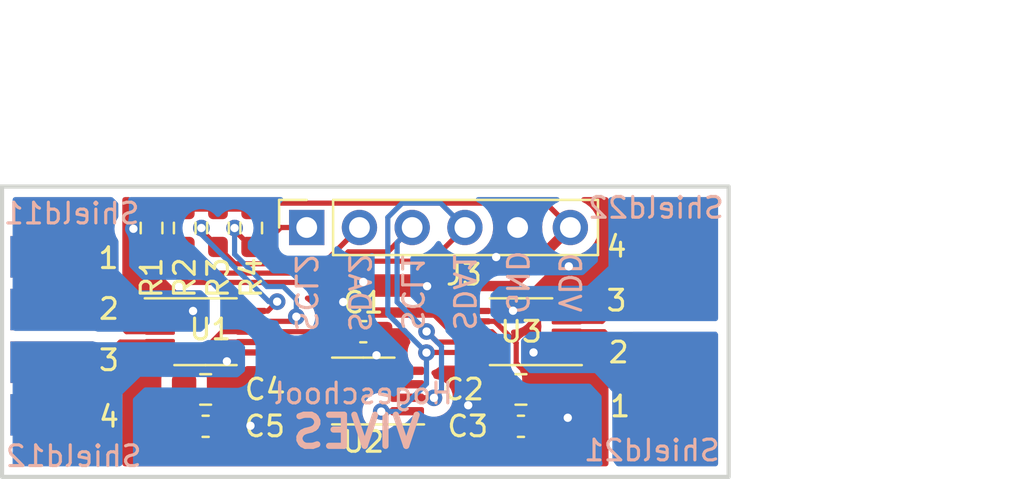
<source format=kicad_pcb>
(kicad_pcb (version 20210925) (generator pcbnew)
  (layers (0 "F.Cu" signal) (31 "B.Cu" signal) (34 "B.Paste" user) (35 "F.Paste" user) (36 "B.SilkS" user "B.Silkscreen") (37 "F.SilkS" user "F.Silkscreen") (38 "B.Mask" user) (39 "F.Mask" user) (44 "Edge.Cuts" user))
  (net 0 "")
  (net 1 "Net-(J1-Pad5)")
  (net 2 "Net-(J1-Pad6)")
  (net 3 "Net-(J1-Pad7)")
  (net 4 "Net-(J1-Pad8)")
  (net 5 "GND")
  (net 6 "VDD")
  (net 7 "/SCL1")
  (net 8 "/SDA1")
  (net 9 "/SCL2")
  (net 10 "/SDA2")
  (net 11 "Net-(J2-Pad5)")
  (net 12 "Net-(J2-Pad6)")
  (net 13 "Net-(J2-Pad7)")
  (net 14 "Net-(J2-Pad8)")
  (net 15 "/Shield21")
  (net 16 "/Shield22")
  (net 17 "/Shield11")
  (net 18 "/Shield12")
  (footprint "Connector_PinSocket_2.54mm:PinSocket_1x06_P2.54mm_Vertical" (layer "F.Cu") (at 151.275 114.975 90)
    (fp_text reference "J3" (at -2.2714 7.5766 180) (layer "F.SilkS"))
    (fp_text value "Conn_01x06_Male")
    (fp_line (start 0 -1.33) (end 1.33 -1.33) (layer "F.SilkS") (width 0.12))
    (fp_line (start 1.33 -1.33) (end 1.33 0) (layer "F.SilkS") (width 0.12))
    (fp_line (start -1.33 1.27) (end 1.33 1.27) (layer "F.SilkS") (width 0.12))
    (fp_line (start -1.33 14.03) (end 1.33 14.03) (layer "F.SilkS") (width 0.12))
    (fp_line (start -1.33 1.27) (end -1.33 14.03) (layer "F.SilkS") (width 0.12))
    (fp_line (start 1.33 1.27) (end 1.33 14.03) (layer "F.SilkS") (width 0.12))
    (pad "1" thru_hole rect locked (at 0 0 90) (size 1.7 1.7) (drill 1) (layers *.Cu *.Mask) (net 9 "/SCL2"))
    (pad "2" thru_hole oval locked (at 0 2.54 90) (size 1.7 1.7) (drill 1) (layers *.Cu *.Mask) (net 10 "/SDA2"))
    (pad "3" thru_hole oval locked (at 0 5.08 90) (size 1.7 1.7) (drill 1) (layers *.Cu *.Mask) (net 7 "/SCL1"))
    (pad "4" thru_hole oval locked (at 0 7.62 90) (size 1.7 1.7) (drill 1) (layers *.Cu *.Mask) (net 8 "/SDA1"))
    (pad "5" thru_hole oval locked (at 0 10.16 90) (size 1.7 1.7) (drill 1) (layers *.Cu *.Mask) (net 5 "GND"))
    (pad "6" thru_hole oval locked (at 0 12.7 90) (size 1.7 1.7) (drill 1) (layers *.Cu *.Mask) (net 6 "VDD"))
  )
  (footprint "Capacitor_SMD:C_0603_1608Metric_Pad1.08x0.95mm_HandSolder" (layer "F.Cu") (at 146.4056 124.5616)
    (fp_text reference "C5" (at 2.8448 0) (layer "F.SilkS"))
    (fp_text value "100nF")
    (fp_line (start -0.146267 -0.51) (end 0.146267 -0.51) (layer "F.SilkS") (width 0.12))
    (fp_line (start -0.146267 0.51) (end 0.146267 0.51) (layer "F.SilkS") (width 0.12))
    (pad "1" smd roundrect locked (at -0.8625 0) (size 1.075 0.95) (layers "F.Cu" "F.Paste" "F.Mask") (net 6 "VDD"))
    (pad "2" smd roundrect locked (at 0.8625 0) (size 1.075 0.95) (layers "F.Cu" "F.Paste" "F.Mask") (net 5 "GND"))
  )
  (footprint "Resistor_SMD:R_0603_1608Metric_Pad0.98x0.95mm_HandSolder" (layer "F.Cu") (at 148.6 115 -90)
    (fp_text reference "R4" (at 2.4 0 90) (layer "F.SilkS"))
    (fp_text value "4.7K")
    (fp_line (start -0.254724 -0.5225) (end 0.254724 -0.5225) (layer "F.SilkS") (width 0.12))
    (fp_line (start -0.254724 0.5225) (end 0.254724 0.5225) (layer "F.SilkS") (width 0.12))
    (pad "1" smd roundrect locked (at -0.9125 0 270) (size 0.975 0.95) (layers "F.Cu" "F.Paste" "F.Mask") (net 6 "VDD"))
    (pad "2" smd roundrect locked (at 0.9125 0 270) (size 0.975 0.95) (layers "F.Cu" "F.Paste" "F.Mask") (net 9 "/SCL2"))
  )
  (footprint "Package_SO:VSSOP-10_3x3mm_P0.5mm" (layer "F.Cu") (at 161.6 120 180)
    (fp_text reference "U3" (at 0 0) (layer "F.SilkS"))
    (fp_text value "FDC1004")
    (fp_line (start 0 -1.61) (end -2.925 -1.61) (layer "F.SilkS") (width 0.12))
    (fp_line (start 0 -1.61) (end 1.5 -1.61) (layer "F.SilkS") (width 0.12))
    (fp_line (start 0 1.61) (end 1.5 1.61) (layer "F.SilkS") (width 0.12))
    (fp_line (start 0 1.61) (end -1.5 1.61) (layer "F.SilkS") (width 0.12))
    (pad "1" smd roundrect locked (at -2.2 -1 180) (size 1.45 0.3) (layers "F.Cu" "F.Paste" "F.Mask") (net 15 "/Shield21"))
    (pad "2" smd roundrect locked (at -2.2 -0.5 180) (size 1.45 0.3) (layers "F.Cu" "F.Paste" "F.Mask") (net 4 "Net-(J1-Pad8)"))
    (pad "3" smd roundrect locked (at -2.2 0 180) (size 1.45 0.3) (layers "F.Cu" "F.Paste" "F.Mask") (net 3 "Net-(J1-Pad7)"))
    (pad "4" smd roundrect locked (at -2.2 0.5 180) (size 1.45 0.3) (layers "F.Cu" "F.Paste" "F.Mask") (net 2 "Net-(J1-Pad6)"))
    (pad "5" smd roundrect locked (at -2.2 1 180) (size 1.45 0.3) (layers "F.Cu" "F.Paste" "F.Mask") (net 1 "Net-(J1-Pad5)"))
    (pad "6" smd roundrect locked (at 2.2 1 180) (size 1.45 0.3) (layers "F.Cu" "F.Paste" "F.Mask") (net 16 "/Shield22"))
    (pad "7" smd roundrect locked (at 2.2 0.5 180) (size 1.45 0.3) (layers "F.Cu" "F.Paste" "F.Mask") (net 5 "GND"))
    (pad "8" smd roundrect locked (at 2.2 0 180) (size 1.45 0.3) (layers "F.Cu" "F.Paste" "F.Mask") (net 6 "VDD"))
    (pad "9" smd roundrect locked (at 2.2 -0.5 180) (size 1.45 0.3) (layers "F.Cu" "F.Paste" "F.Mask") (net 7 "/SCL1"))
    (pad "10" smd roundrect locked (at 2.2 -1 180) (size 1.45 0.3) (layers "F.Cu" "F.Paste" "F.Mask") (net 8 "/SDA1"))
  )
  (footprint "Package_SO:VSSOP-10_3x3mm_P0.5mm" (layer "F.Cu") (at 146.4 120)
    (fp_text reference "U1" (at 0.2342 -0.112) (layer "F.SilkS"))
    (fp_text value "FDC1004")
    (fp_line (start 0 1.61) (end -1.5 1.61) (layer "F.SilkS") (width 0.12))
    (fp_line (start 0 -1.61) (end -2.925 -1.61) (layer "F.SilkS") (width 0.12))
    (fp_line (start 0 -1.61) (end 1.5 -1.61) (layer "F.SilkS") (width 0.12))
    (fp_line (start 0 1.61) (end 1.5 1.61) (layer "F.SilkS") (width 0.12))
    (pad "1" smd roundrect locked (at -2.2 -1) (size 1.45 0.3) (layers "F.Cu" "F.Paste" "F.Mask") (net 17 "/Shield11"))
    (pad "2" smd roundrect locked (at -2.2 -0.5) (size 1.45 0.3) (layers "F.Cu" "F.Paste" "F.Mask") (net 14 "Net-(J2-Pad8)"))
    (pad "3" smd roundrect locked (at -2.2 0) (size 1.45 0.3) (layers "F.Cu" "F.Paste" "F.Mask") (net 13 "Net-(J2-Pad7)"))
    (pad "4" smd roundrect locked (at -2.2 0.5) (size 1.45 0.3) (layers "F.Cu" "F.Paste" "F.Mask") (net 12 "Net-(J2-Pad6)"))
    (pad "5" smd roundrect locked (at -2.2 1) (size 1.45 0.3) (layers "F.Cu" "F.Paste" "F.Mask") (net 11 "Net-(J2-Pad5)"))
    (pad "6" smd roundrect locked (at 2.2 1) (size 1.45 0.3) (layers "F.Cu" "F.Paste" "F.Mask") (net 18 "/Shield12"))
    (pad "7" smd roundrect locked (at 2.2 0.5) (size 1.45 0.3) (layers "F.Cu" "F.Paste" "F.Mask") (net 5 "GND"))
    (pad "8" smd roundrect locked (at 2.2 0) (size 1.45 0.3) (layers "F.Cu" "F.Paste" "F.Mask") (net 6 "VDD"))
    (pad "9" smd roundrect locked (at 2.2 -0.5) (size 1.45 0.3) (layers "F.Cu" "F.Paste" "F.Mask") (net 9 "/SCL2"))
    (pad "10" smd roundrect locked (at 2.2 -1) (size 1.45 0.3) (layers "F.Cu" "F.Paste" "F.Mask") (net 10 "/SDA2"))
  )
  (footprint "Capacitor_SMD:C_0805_2012Metric_Pad1.18x1.45mm_HandSolder" (layer "F.Cu") (at 161.5948 122.7836)
    (fp_text reference "C2" (at -2.7686 0) (layer "F.SilkS"))
    (fp_text value "1uF")
    (fp_line (start -0.261252 -0.735) (end 0.261252 -0.735) (layer "F.SilkS") (width 0.12))
    (fp_line (start -0.261252 0.735) (end 0.261252 0.735) (layer "F.SilkS") (width 0.12))
    (pad "1" smd roundrect locked (at -1.0375 0) (size 1.175 1.45) (layers "F.Cu" "F.Paste" "F.Mask") (roundrect_rratio 0.2127659574) (net 6 "VDD"))
    (pad "2" smd roundrect locked (at 1.0375 0) (size 1.175 1.45) (layers "F.Cu" "F.Paste" "F.Mask") (roundrect_rratio 0.2127659574) (net 5 "GND"))
  )
  (footprint "Capacitor_SMD:C_0603_1608Metric_Pad1.08x0.95mm_HandSolder" (layer "F.Cu") (at 154 120)
    (fp_text reference "C1" (at 0 -1.4) (layer "F.SilkS"))
    (fp_text value "100nF")
    (fp_line (start -0.146267 0.51) (end 0.146267 0.51) (layer "F.SilkS") (width 0.12))
    (fp_line (start -0.146267 -0.51) (end 0.146267 -0.51) (layer "F.SilkS") (width 0.12))
    (pad "1" smd roundrect locked (at -0.8625 0) (size 1.075 0.95) (layers "F.Cu" "F.Paste" "F.Mask") (net 6 "VDD"))
    (pad "2" smd roundrect locked (at 0.8625 0) (size 1.075 0.95) (layers "F.Cu" "F.Paste" "F.Mask") (net 5 "GND"))
  )
  (footprint "Capacitor_SMD:C_0603_1608Metric_Pad1.08x0.95mm_HandSolder" (layer "F.Cu") (at 161.5948 124.5616)
    (fp_text reference "C3" (at -2.5625 0) (layer "F.SilkS"))
    (fp_text value "100nF")
    (fp_line (start -0.146267 -0.51) (end 0.146267 -0.51) (layer "F.SilkS") (width 0.12))
    (fp_line (start -0.146267 0.51) (end 0.146267 0.51) (layer "F.SilkS") (width 0.12))
    (pad "1" smd roundrect locked (at -0.8625 0) (size 1.075 0.95) (layers "F.Cu" "F.Paste" "F.Mask") (net 6 "VDD"))
    (pad "2" smd roundrect locked (at 0.8625 0) (size 1.075 0.95) (layers "F.Cu" "F.Paste" "F.Mask") (net 5 "GND"))
  )
  (footprint "Resistor_SMD:R_0603_1608Metric_Pad0.98x0.95mm_HandSolder" (layer "F.Cu") (at 147 115 -90)
    (fp_text reference "R3" (at 2.4 0 90) (layer "F.SilkS"))
    (fp_text value "4.7K")
    (fp_line (start -0.254724 -0.5225) (end 0.254724 -0.5225) (layer "F.SilkS") (width 0.12))
    (fp_line (start -0.254724 0.5225) (end 0.254724 0.5225) (layer "F.SilkS") (width 0.12))
    (pad "1" smd roundrect locked (at -0.9125 0 270) (size 0.975 0.95) (layers "F.Cu" "F.Paste" "F.Mask") (net 6 "VDD"))
    (pad "2" smd roundrect locked (at 0.9125 0 270) (size 0.975 0.95) (layers "F.Cu" "F.Paste" "F.Mask") (net 10 "/SDA2"))
  )
  (footprint "Resistor_SMD:R_0603_1608Metric_Pad0.98x0.95mm_HandSolder" (layer "F.Cu") (at 143.8 115 -90)
    (fp_text reference "R1" (at 2.4 0 90) (layer "F.SilkS"))
    (fp_text value "4.7K")
    (fp_line (start -0.254724 -0.5225) (end 0.254724 -0.5225) (layer "F.SilkS") (width 0.12))
    (fp_line (start -0.254724 0.5225) (end 0.254724 0.5225) (layer "F.SilkS") (width 0.12))
    (pad "1" smd roundrect locked (at -0.9125 0 270) (size 0.975 0.95) (layers "F.Cu" "F.Paste" "F.Mask") (net 6 "VDD"))
    (pad "2" smd roundrect locked (at 0.9125 0 270) (size 0.975 0.95) (layers "F.Cu" "F.Paste" "F.Mask") (net 8 "/SDA1"))
  )
  (footprint "Resistor_SMD:R_0603_1608Metric_Pad0.98x0.95mm_HandSolder" (layer "F.Cu") (at 145.4 115 -90)
    (fp_text reference "R2" (at 2.4 0 90) (layer "F.SilkS"))
    (fp_text value "4.7K")
    (fp_line (start -0.254724 -0.5225) (end 0.254724 -0.5225) (layer "F.SilkS") (width 0.12))
    (fp_line (start -0.254724 0.5225) (end 0.254724 0.5225) (layer "F.SilkS") (width 0.12))
    (pad "1" smd roundrect locked (at -0.9125 0 270) (size 0.975 0.95) (layers "F.Cu" "F.Paste" "F.Mask") (net 6 "VDD"))
    (pad "2" smd roundrect locked (at 0.9125 0 270) (size 0.975 0.95) (layers "F.Cu" "F.Paste" "F.Mask") (net 7 "/SCL1"))
  )
  (footprint "Capacitor_SMD:C_0805_2012Metric_Pad1.18x1.45mm_HandSolder" (layer "F.Cu") (at 146.4056 122.7836)
    (fp_text reference "C4" (at 2.8702 0) (layer "F.SilkS"))
    (fp_text value "1uF")
    (fp_line (start -0.261252 -0.735) (end 0.261252 -0.735) (layer "F.SilkS") (width 0.12))
    (fp_line (start -0.261252 0.735) (end 0.261252 0.735) (layer "F.SilkS") (width 0.12))
    (pad "1" smd roundrect locked (at -1.0375 0) (size 1.175 1.45) (layers "F.Cu" "F.Paste" "F.Mask") (roundrect_rratio 0.2127659574) (net 6 "VDD"))
    (pad "2" smd roundrect locked (at 1.0375 0) (size 1.175 1.45) (layers "F.Cu" "F.Paste" "F.Mask") (roundrect_rratio 0.2127659574) (net 5 "GND"))
  )
  (footprint "Package_SO:MSOP-8_3x3mm_P0.65mm" (layer "F.Cu") (at 154.0002 122.8598 180)
    (fp_text reference "U2" (at 0 -2.45) (layer "F.SilkS"))
    (fp_text value "TCN75AVUA713")
    (fp_line (start 0 1.61) (end 1.5 1.61) (layer "F.SilkS") (width 0.12))
    (fp_line (start 0 -1.61) (end -2.925 -1.61) (layer "F.SilkS") (width 0.12))
    (fp_line (start 0 -1.61) (end 1.5 -1.61) (layer "F.SilkS") (width 0.12))
    (fp_line (start 0 1.61) (end -1.5 1.61) (layer "F.SilkS") (width 0.12))
    (pad "1" smd roundrect locked (at -2.1125 -0.975 180) (size 1.625 0.4) (layers "F.Cu" "F.Paste" "F.Mask") (net 8 "/SDA1"))
    (pad "2" smd roundrect locked (at -2.1125 -0.325 180) (size 1.625 0.4) (layers "F.Cu" "F.Paste" "F.Mask") (net 7 "/SCL1"))
    (pad "3" smd roundrect locked (at -2.1125 0.325 180) (size 1.625 0.4) (layers "F.Cu" "F.Paste" "F.Mask"))
    (pad "4" smd roundrect locked (at -2.1125 0.975 180) (size 1.625 0.4) (layers "F.Cu" "F.Paste" "F.Mask") (net 5 "GND"))
    (pad "5" smd roundrect locked (at 2.1125 0.975 180) (size 1.625 0.4) (layers "F.Cu" "F.Paste" "F.Mask") (net 5 "GND"))
    (pad "6" smd roundrect locked (at 2.1125 0.325 180) (size 1.625 0.4) (layers "F.Cu" "F.Paste" "F.Mask") (net 5 "GND"))
    (pad "7" smd roundrect locked (at 2.1125 -0.325 180) (size 1.625 0.4) (layers "F.Cu" "F.Paste" "F.Mask") (net 5 "GND"))
    (pad "8" smd roundrect locked (at 2.1125 -0.975 180) (size 1.625 0.4) (layers "F.Cu" "F.Paste" "F.Mask") (net 6 "VDD"))
  )
  (footprint "Edge_02x04_pads:Edge_02x04_pads" (layer "B.Cu") (at 168.999992 123.540012)
    (fp_text reference "J1" hide)
    (fp_text value "Conn_02x04_Counter_Clockwise" hide)
    (pad "1" smd rect (at 0 0) (size 4 2) (layers "B.Cu" "B.Paste" "B.Mask") (net 15 "/Shield21"))
    (pad "2" smd rect (at 0 -2.54) (size 4 2) (layers "B.Cu" "B.Paste" "B.Mask") (net 15 "/Shield21"))
    (pad "3" smd rect (at 0 -5.08) (size 4 2) (layers "B.Cu" "B.Paste" "B.Mask") (net 16 "/Shield22"))
    (pad "4" smd rect (at 0 -7.62) (size 4 2) (layers "B.Cu" "B.Paste" "B.Mask") (net 16 "/Shield22"))
    (pad "5" smd rect (at 0 -7.62) (size 4 2) (layers "F.Cu" "F.Paste" "F.Mask") (net 1 "Net-(J1-Pad5)"))
    (pad "6" smd rect (at 0 -5.08) (size 4 2) (layers "F.Cu" "F.Paste" "F.Mask") (net 2 "Net-(J1-Pad6)"))
    (pad "7" smd rect (at 0 -2.54) (size 4 2) (layers "F.Cu" "F.Paste" "F.Mask") (net 3 "Net-(J1-Pad7)"))
    (pad "8" smd rect (at 0 0) (size 4 2) (layers "F.Cu" "F.Paste" "F.Mask") (net 4 "Net-(J1-Pad8)"))
  )
  (footprint "Edge_02x04_pads:Edge_02x04_pads" (layer "B.Cu") (at 139.000001 116.389988 180)
    (fp_text reference "J2" hide)
    (fp_text value "Conn_02x04_Counter_Clockwise" hide)
    (pad "1" smd rect (at 0 0 180) (size 4 2) (layers "B.Cu" "B.Paste" "B.Mask") (net 17 "/Shield11"))
    (pad "2" smd rect (at 0 -2.54 180) (size 4 2) (layers "B.Cu" "B.Paste" "B.Mask") (net 17 "/Shield11"))
    (pad "3" smd rect (at 0 -5.08 180) (size 4 2) (layers "B.Cu" "B.Paste" "B.Mask") (net 18 "/Shield12"))
    (pad "4" smd rect (at 0 -7.62 180) (size 4 2) (layers "B.Cu" "B.Paste" "B.Mask") (net 18 "/Shield12"))
    (pad "5" smd rect (at 0 -7.62 180) (size 4 2) (layers "F.Cu" "F.Paste" "F.Mask") (net 11 "Net-(J2-Pad5)"))
    (pad "6" smd rect (at 0 -5.08 180) (size 4 2) (layers "F.Cu" "F.Paste" "F.Mask") (net 12 "Net-(J2-Pad6)"))
    (pad "7" smd rect (at 0 -2.54 180) (size 4 2) (layers "F.Cu" "F.Paste" "F.Mask") (net 13 "Net-(J2-Pad7)"))
    (pad "8" smd rect (at 0 0 180) (size 4 2) (layers "F.Cu" "F.Paste" "F.Mask") (net 14 "Net-(J2-Pad8)"))
  )
  (gr_rect (start 136.6 113) (end 171.6 127) (layer "Edge.Cuts") (width 0.2) (fill none))
  (gr_text "GND" (at 161.4 117.625 270) (layer "B.SilkS") (effects (font (size 1 1)) (justify mirror)))
  (gr_text "SDA2" (at 153.8 118.125 270) (layer "B.SilkS") (effects (font (size 1 1)) (justify mirror)))
  (gr_text "VDD" (at 163.925 117.625 270) (layer "B.SilkS") (effects (font (size 1 1)) (justify mirror)))
  (gr_text "SCL2" (at 151.225 118.125 270) (layer "B.SilkS") (effects (font (size 1 1)) (justify mirror)))
  (gr_text "Shield12" (at 140.05 126.000002) (layer "B.SilkS") (effects (font (size 1 1)) (justify mirror)))
  (gr_text "SCL1" (at 156.35 118.075 270) (layer "B.SilkS") (effects (font (size 1 1)) (justify mirror)))
  (gr_text "Shield21" (at 167.9 125.725) (layer "B.SilkS") (effects (font (size 1 1)) (justify mirror)))
  (gr_text "SDA1" (at 158.85 118.05 270) (layer "B.SilkS") (effects (font (size 1 1)) (justify mirror)))
  (gr_text "VIVES" (at 153.675 124.825) (layer "B.SilkS") (effects (font (size 1.5 1.5) (thickness 0.3)) (justify mirror)))
  (gr_text "Shield22" (at 168.1 114.025) (layer "B.SilkS") (effects (font (size 1 1)) (justify mirror)))
  (gr_text "Hogeschool" (at 154 122.975) (layer "B.SilkS") (effects (font (size 1 1)) (justify mirror)))
  (gr_text "Shield11" (at 139.95 114.3) (layer "B.SilkS") (effects (font (size 1 1)) (justify mirror)))
  (gr_text "4" (at 141.75 124.1) (layer "F.SilkS") (effects (font (size 1 1))))
  (gr_text "2" (at 141.75 118.9) (layer "F.SilkS") (effects (font (size 1 1))))
  (gr_text "1" (at 141.725 116.45) (layer "F.SilkS") (effects (font (size 1 1))))
  (gr_text "3" (at 141.75 121.375) (layer "F.SilkS") (effects (font (size 1 1))))
  (gr_text "2" (at 166.3 121) (layer "F.SilkS") (effects (font (size 1 1))))
  (gr_text "1" (at 166.375 123.6) (layer "F.SilkS") (effects (font (size 1 1))))
  (gr_text "3" (at 166.2 118.5) (layer "F.SilkS") (effects (font (size 1 1))))
  (gr_text "4" (at 166.2 115.9) (layer "F.SilkS") (effects (font (size 1 1))))
  (segment (start 164.964282 119) (end 168.044282 115.92) (width 0.25) (layer "F.Cu") (net 1))
  (segment (start 163.8 119) (end 164.964282 119) (width 0.25) (layer "F.Cu") (net 1))
  (segment (start 168.044282 115.92) (end 169 115.92) (width 0.25) (layer "F.Cu") (net 1))
  (segment (start 163.8 119.5) (end 165.5 119.5) (width 0.25) (layer "F.Cu") (net 2))
  (segment (start 166.54 118.46) (end 169 118.46) (width 0.25) (layer "F.Cu") (net 2))
  (segment (start 165.5 119.5) (end 166.54 118.46) (width 0.25) (layer "F.Cu") (net 2))
  (segment (start 163.8 120) (end 165.6 120) (width 0.25) (layer "F.Cu") (net 3))
  (segment (start 165.6 120) (end 166.6 121) (width 0.25) (layer "F.Cu") (net 3))
  (segment (start 166.6 121) (end 169 121) (width 0.25) (layer "F.Cu") (net 3))
  (segment (start 169 123.54) (end 167.986042 123.54) (width 0.25) (layer "F.Cu") (net 4))
  (segment (start 164.946042 120.5) (end 163.8 120.5) (width 0.25) (layer "F.Cu") (net 4))
  (segment (start 167.986042 123.54) (end 164.946042 120.5) (width 0.25) (layer "F.Cu") (net 4))
  (segment (start 147.2681 122.9586) (end 147.4431 122.7836) (width 0.25) (layer "F.Cu") (net 5))
  (segment (start 161.3662 121.5175) (end 162.6323 122.7836) (width 0.25) (layer "F.Cu") (net 5))
  (segment (start 148.6 120.5) (end 147.335702 120.5) (width 0.25) (layer "F.Cu") (net 5))
  (segment (start 155.383 121.8848) (end 154.6352 121.137) (width 0.25) (layer "F.Cu") (net 5))
  (segment (start 162.4573 124.5616) (end 162.4573 122.9586) (width 0.25) (layer "F.Cu") (net 5))
  (segment (start 160.327802 119.5) (end 161.3662 120.538398) (width 0.25) (layer "F.Cu") (net 5))
  (segment (start 147.2681 124.5616) (end 147.2681 122.9586) (width 0.25) (layer "F.Cu") (net 5))
  (segment (start 162.4573 122.9586) (end 162.6323 122.7836) (width 0.25) (layer "F.Cu") (net 5))
  (segment (start 161.3662 120.538398) (end 161.3662 121.5175) (width 0.25) (layer "F.Cu") (net 5))
  (segment (start 147.335702 120.5) (end 146.705647 121.130055) (width 0.25) (layer "F.Cu") (net 5))
  (segment (start 146.705647 121.130055) (end 146.705647 122.046147) (width 0.25) (layer "F.Cu") (net 5))
  (segment (start 156.1127 121.8848) (end 155.383 121.8848) (width 0.25) (layer "F.Cu") (net 5))
  (segment (start 146.705647 122.046147) (end 147.4431 122.7836) (width 0.25) (layer "F.Cu") (net 5))
  (segment (start 159.4 119.5) (end 160.327802 119.5) (width 0.25) (layer "F.Cu") (net 5))
  (via (at 148.5646 124.5362) (size 0.8) (drill 0.4) (layers "F.Cu" "B.Cu") (net 5))
  (via (at 159.0548 123.5456) (size 0.8) (drill 0.4) (layers "F.Cu" "B.Cu") (net 5))
  (via (at 154.6352 121.137) (size 0.8) (drill 0.4) (layers "F.Cu" "B.Cu") (net 5))
  (via (at 153.035 118.5672) (size 0.8) (drill 0.4) (layers "F.Cu" "B.Cu") (net 5))
  (via (at 160.4 116.4) (size 0.8) (drill 0.4) (layers "F.Cu" "B.Cu") (net 5))
  (via (at 163.9 116.85) (size 0.8) (drill 0.4) (layers "F.Cu" "B.Cu") (net 5))
  (via (at 157.0736 117.8052) (size 0.8) (drill 0.4) (layers "F.Cu" "B.Cu") (net 5))
  (via (at 142.9258 115.0366) (size 0.8) (drill 0.4) (layers "F.Cu" "B.Cu") (net 5))
  (via (at 154 117.6) (size 0.8) (drill 0.4) (layers "F.Cu" "B.Cu") (net 5))
  (via (at 163.85 124.15) (size 0.8) (drill 0.4) (layers "F.Cu" "B.Cu") (net 5))
  (segment (start 158.4 120) (end 159.4 120) (width 0.25) (layer "F.Cu") (net 6))
  (segment (start 160.5573 120.365216) (end 160.5573 122.7836) (width 0.25) (layer "F.Cu") (net 6))
  (segment (start 160.7323 124.5616) (end 160.7323 122.9586) (width 0.25) (layer "F.Cu") (net 6))
  (segment (start 160.7323 122.9586) (end 160.5573 122.7836) (width 0.25) (layer "F.Cu") (net 6))
  (segment (start 158.2 119.8) (end 157.47548 119.07548) (width 0.5) (layer "F.Cu") (net 6))
  (segment (start 152.653332 123.8348) (end 153.1375 123.350632) (width 0.25) (layer "F.Cu") (net 6))
  (segment (start 148.6 120) (end 147.199984 120) (width 0.25) (layer "F.Cu") (net 6))
  (segment (start 159.4 120) (end 160.192084 120) (width 0.25) (layer "F.Cu") (net 6))
  (segment (start 161.15 117.8) (end 163.975 114.975) (width 0.5) (layer "F.Cu") (net 6))
  (segment (start 143.8 114.0875) (end 148.6 114.0875) (width 0.25) (layer "F.Cu") (net 6))
  (segment (start 157.47548 119.07548) (end 158.75096 117.8) (width 0.5) (layer "F.Cu") (net 6))
  (segment (start 160.192084 120) (end 160.5573 120.365216) (width 0.25) (layer "F.Cu") (net 6))
  (segment (start 162.800489 113.800489) (end 163.975 114.975) (width 0.25) (layer "F.Cu") (net 6))
  (segment (start 145.5431 124.5616) (end 145.5431 122.9586) (width 0.25) (layer "F.Cu") (net 6))
  (segment (start 148.887011 113.800489) (end 162.800489 113.800489) (width 0.25) (layer "F.Cu") (net 6))
  (segment (start 148.6 120) (end 153.1375 120) (width 0.25) (layer "F.Cu") (net 6))
  (segment (start 158.2 119.8) (end 158.4 120) (width 0.25) (layer "F.Cu") (net 6))
  (segment (start 147.199984 120) (end 145.3681 121.831884) (width 0.25) (layer "F.Cu") (net 6))
  (segment (start 157.47548 119.07548) (end 154.06202 119.07548) (width 0.5) (layer "F.Cu") (net 6))
  (segment (start 145.5431 122.9586) (end 145.3681 122.7836) (width 0.25) (layer "F.Cu") (net 6))
  (segment (start 158.75096 117.8) (end 161.15 117.8) (width 0.5) (layer "F.Cu") (net 6))
  (segment (start 145.3681 121.831884) (end 145.3681 122.7836) (width 0.25) (layer "F.Cu") (net 6))
  (segment (start 148.6 114.0875) (end 148.887011 113.800489) (width 0.25) (layer "F.Cu") (net 6))
  (segment (start 151.8877 123.8348) (end 152.653332 123.8348) (width 0.25) (layer "F.Cu") (net 6))
  (segment (start 154.06202 119.07548) (end 153.1375 120) (width 0.5) (layer "F.Cu") (net 6))
  (segment (start 153.1375 123.350632) (end 153.1375 120) (width 0.25) (layer "F.Cu") (net 6))
  (segment (start 152.251678 117.17404) (end 153.276207 116.149511) (width 0.25) (layer "F.Cu") (net 7))
  (segment (start 157.3986 123.1848) (end 157.4038 123.19) (width 0.25) (layer "F.Cu") (net 7))
  (segment (start 157.0482 119.9896) (end 157.5586 120.5) (width 0.25) (layer "F.Cu") (net 7))
  (segment (start 156.1127 123.1848) (end 157.3986 123.1848) (width 0.25) (layer "F.Cu") (net 7))
  (segment (start 155.180489 116.149511) (end 156.355 114.975) (width 0.25) (layer "F.Cu") (net 7))
  (segment (start 145.4 115.9125) (end 146.66154 117.17404) (width 0.25) (layer "F.Cu") (net 7))
  (segment (start 157.5586 120.5) (end 159.4 120.5) (width 0.25) (layer "F.Cu") (net 7))
  (segment (start 153.276207 116.149511) (end 155.180489 116.149511) (width 0.25) (layer "F.Cu") (net 7))
  (segment (start 146.66154 117.17404) (end 152.251678 117.17404) (width 0.25) (layer "F.Cu") (net 7))
  (via (at 157.4038 123.19) (size 0.8) (drill 0.4) (layers "F.Cu" "B.Cu") (net 7))
  (via (at 157.0482 119.9896) (size 0.8) (drill 0.4) (layers "F.Cu" "B.Cu") (net 7))
  (segment (start 157.0482 119.9896) (end 155.630009 118.571409) (width 0.25) (layer "B.Cu") (net 7))
  (segment (start 155.630009 115.699991) (end 156.355 114.975) (width 0.25) (layer "B.Cu") (net 7))
  (segment (start 155.630009 118.571409) (end 155.630009 115.699991) (width 0.25) (layer "B.Cu") (net 7))
  (segment (start 157.767585 122.826215) (end 157.767585 120.708985) (width 0.25) (layer "B.Cu") (net 7))
  (segment (start 157.4038 123.19) (end 157.767585 122.826215) (width 0.25) (layer "B.Cu") (net 7))
  (segment (start 157.767585 120.708985) (end 157.0482 119.9896) (width 0.25) (layer "B.Cu") (net 7))
  (segment (start 157.043074 121.009072) (end 157.052146 121) (width 0.25) (layer "F.Cu") (net 8))
  (segment (start 153.462405 116.599031) (end 157.270969 116.599031) (width 0.25) (layer "F.Cu") (net 8))
  (segment (start 145.51106 117.62356) (end 152.437876 117.62356) (width 0.25) (layer "F.Cu") (net 8))
  (segment (start 154.8794 123.8348) (end 154.8638 123.8504) (width 0.25) (layer "F.Cu") (net 8))
  (segment (start 157.052146 121) (end 159.4 121) (width 0.25) (layer "F.Cu") (net 8))
  (segment (start 157.270969 116.599031) (end 158.895 114.975) (width 0.25) (layer "F.Cu") (net 8))
  (segment (start 143.8 115.9125) (end 145.51106 117.62356) (width 0.25) (layer "F.Cu") (net 8))
  (segment (start 156.1127 123.8348) (end 154.8794 123.8348) (width 0.25) (layer "F.Cu") (net 8))
  (segment (start 152.437876 117.62356) (end 153.462405 116.599031) (width 0.25) (layer "F.Cu") (net 8))
  (via (at 154.8638 123.8504) (size 0.8) (drill 0.4) (layers "F.Cu" "B.Cu") (net 8))
  (via (at 157.043074 121.009072) (size 0.8) (drill 0.4) (layers "F.Cu" "B.Cu") (net 8))
  (segment (start 155.180489 119.146487) (end 155.180489 114.488501) (width 0.25) (layer "B.Cu") (net 8))
  (segment (start 155.868501 113.800489) (end 157.720489 113.800489) (width 0.25) (layer "B.Cu") (net 8))
  (segment (start 157.720489 113.800489) (end 158.895 114.975) (width 0.25) (layer "B.Cu") (net 8))
  (segment (start 155.180489 114.488501) (end 155.868501 113.800489) (width 0.25) (layer "B.Cu") (net 8))
  (segment (start 157.043074 121.009072) (end 155.180489 119.146487) (width 0.25) (layer "B.Cu") (net 8))
  (segment (start 154.8638 123.8504) (end 155.702 123.8504) (width 0.25) (layer "B.Cu") (net 8))
  (segment (start 157.043074 122.509326) (end 157.043074 121.009072) (width 0.25) (layer "B.Cu") (net 8))
  (segment (start 155.702 123.8504) (end 157.043074 122.509326) (width 0.25) (layer "B.Cu") (net 8))
  (segment (start 150.7744 119.2755) (end 150.5499 119.5) (width 0.25) (layer "F.Cu") (net 9))
  (segment (start 150.5499 119.5) (end 148.6 119.5) (width 0.25) (layer "F.Cu") (net 9))
  (segment (start 150.025 114.975) (end 151.275 114.975) (width 0.25) (layer "F.Cu") (net 9))
  (segment (start 149.0875 115.9125) (end 150.025 114.975) (width 0.25) (layer "F.Cu") (net 9))
  (segment (start 147.8 115) (end 147.8 115.1125) (width 0.25) (layer "F.Cu") (net 9))
  (segment (start 147.8 115.1125) (end 148.6 115.9125) (width 0.25) (layer "F.Cu") (net 9))
  (segment (start 148.6 115.9125) (end 149.0875 115.9125) (width 0.25) (layer "F.Cu") (net 9))
  (via (at 150.7744 119.2755) (size 0.8) (drill 0.4) (layers "F.Cu" "B.Cu") (net 9))
  (via (at 147.8 115) (size 0.8) (drill 0.4) (layers "F.Cu" "B.Cu") (net 9))
  (segment (start 150.7744 118.449786) (end 150.150103 117.825489) (width 0.25) (layer "B.Cu") (net 9))
  (segment (start 150.150103 117.825489) (end 149.361207 117.825489) (width 0.25) (layer "B.Cu") (net 9))
  (segment (start 147.8 116.264282) (end 147.8 115) (width 0.25) (layer "B.Cu") (net 9))
  (segment (start 150.7744 119.2755) (end 150.7744 118.449786) (width 0.25) (layer "B.Cu") (net 9))
  (segment (start 149.361207 117.825489) (end 147.8 116.264282) (width 0.25) (layer "B.Cu") (net 9))
  (segment (start 152.06548 116.72452) (end 153.815 114.975) (width 0.25) (layer "F.Cu") (net 10))
  (segment (start 146.2 115) (end 146.2 115.1125) (width 0.25) (layer "F.Cu") (net 10))
  (segment (start 146.2 115.1125) (end 147 115.9125) (width 0.25) (layer "F.Cu") (net 10))
  (segment (start 149.85 118.55) (end 149.4 119) (width 0.25) (layer "F.Cu") (net 10))
  (segment (start 147.81202 116.72452) (end 152.06548 116.72452) (width 0.25) (layer "F.Cu") (net 10))
  (segment (start 147 115.9125) (end 147.81202 116.72452) (width 0.25) (layer "F.Cu") (net 10))
  (segment (start 149.4 119) (end 148.6 119) (width 0.25) (layer "F.Cu") (net 10))
  (via (at 149.85 118.55) (size 0.8) (drill 0.4) (layers "F.Cu" "B.Cu") (net 10))
  (via (at 146.2 115) (size 0.8) (drill 0.4) (layers "F.Cu" "B.Cu") (net 10))
  (segment (start 146.2 115.3) (end 146.2 115) (width 0.25) (layer "B.Cu") (net 10))
  (segment (start 149.45 118.55) (end 146.2 115.3) (width 0.25) (layer "B.Cu") (net 10))
  (segment (start 149.85 118.55) (end 149.45 118.55) (width 0.25) (layer "B.Cu") (net 10))
  (segment (start 139.99 124.01) (end 139 124.01) (width 0.25) (layer "F.Cu") (net 11))
  (segment (start 143 121) (end 139.99 124.01) (width 0.25) (layer "F.Cu") (net 11))
  (segment (start 144.2 121) (end 143 121) (width 0.25) (layer "F.Cu") (net 11))
  (segment (start 142.3 120.5) (end 141.33 121.47) (width 0.25) (layer "F.Cu") (net 12))
  (segment (start 144.2 120.5) (end 142.3 120.5) (width 0.25) (layer "F.Cu") (net 12))
  (segment (start 141.33 121.47) (end 139 121.47) (width 0.25) (layer "F.Cu") (net 12))
  (segment (start 144.2 120) (end 142.6 120) (width 0.25) (layer "F.Cu") (net 13))
  (segment (start 141.53 118.93) (end 139 118.93) (width 0.25) (layer "F.Cu") (net 13))
  (segment (start 142.6 120) (end 141.53 118.93) (width 0.25) (layer "F.Cu") (net 13))
  (segment (start 144.2 119.5) (end 143.219022 119.5) (width 0.25) (layer "F.Cu") (net 14))
  (segment (start 140.109022 116.39) (end 139 116.39) (width 0.25) (layer "F.Cu") (net 14))
  (segment (start 143.219022 119.5) (end 140.109022 116.39) (width 0.25) (layer "F.Cu") (net 14))
  (segment (start 163.8 121) (end 162.2 121) (width 0.25) (layer "F.Cu") (net 15))
  (via (at 162.2 121) (size 0.8) (drill 0.4) (layers "F.Cu" "B.Cu") (net 15))
  (segment (start 161.2 119) (end 161.212299 118.987701) (width 0.25) (layer "F.Cu") (net 16))
  (segment (start 159.4 119) (end 161.2 119) (width 0.25) (layer "F.Cu") (net 16))
  (via (at 161.212299 118.987701) (size 0.8) (drill 0.4) (layers "F.Cu" "B.Cu") (net 16))
  (segment (start 144.2 119) (end 145.8 119) (width 0.25) (layer "F.Cu") (net 17))
  (via (at 145.8 119) (size 0.8) (drill 0.4) (layers "F.Cu" "B.Cu") (net 17))
  (segment (start 148.6 121) (end 147.860316 121) (width 0.25) (layer "F.Cu") (net 18))
  (segment (start 147.860316 121) (end 147.430158 121.430158) (width 0.25) (layer "F.Cu") (net 18))
  (via (at 147.430158 121.430158) (size 0.8) (drill 0.4) (layers "F.Cu" "B.Cu") (net 18))
  (zone (net 0) (net_name "") (layer "F.Cu") (connect_pads (clearance 0)) (min_thickness 0.254)
    (keepout (tracks allowed) (vias allowed) (pads allowed) (copperpour not_allowed) (footprints allowed))
    (fill (thermal_gap 0.508) (thermal_bridge_width 0.508))
    (polygon (pts (xy 142.3924 127) (xy 136.6012 127) (xy 136.6012 113) (xy 142.3924 113.0046)))
  )
  (zone (net 5) (net_name "GND") (layers F&B.Cu) (connect_pads yes (clearance 0.508)) (min_thickness 0.254) (fill yes (thermal_gap 0.508) (thermal_bridge_width 0.508))
    (polygon (pts (xy 171.6 127) (xy 136.6 127) (xy 136.6 113) (xy 171.6 113)))
  )
  (zone (net 0) (net_name "") (layer "F.Cu") (connect_pads (clearance 0)) (min_thickness 0.254)
    (keepout (tracks allowed) (vias allowed) (pads allowed) (copperpour not_allowed) (footprints allowed))
    (fill (thermal_gap 0.508) (thermal_bridge_width 0.508))
    (polygon (pts (xy 171.6024 127) (xy 165.8112 127) (xy 165.8112 113.0046) (xy 171.6024 113.0046)))
  )
  (zone (net 18) (net_name "/Shield12") (layer "B.Cu") (priority 1) (connect_pads yes (clearance 0.508)) (min_thickness 0.254) (fill yes (thermal_gap 0.508) (thermal_bridge_width 0.508))
    (polygon (pts (xy 146.6 120.4) (xy 148.0058 120.4) (xy 148.3046 120.6984) (xy 148.3046 121.9016) (xy 147.955 122.1994) (xy 143.256 122.174) (xy 142.3924 123.0122) (xy 142.4 126.4) (xy 141.8 127) (xy 136.6 127) (xy 136.6 121) (xy 137.2 120.4) (xy 146.2 120.4)))
  )
  (zone (net 16) (net_name "/Shield22") (layer "B.Cu") (priority 1) (connect_pads yes (clearance 0.508)) (min_thickness 0.254) (fill yes (thermal_gap 0.508) (thermal_bridge_width 0.508))
    (polygon (pts (xy 161.6 119.6) (xy 160.528 119.6) (xy 160.124 119.2) (xy 160.124 118.2) (xy 160.528 117.8052) (xy 164.7952 117.7798) (xy 165.8112 116.84) (xy 165.8 113.6) (xy 166.4 113) (xy 171.6 113) (xy 171.6 119) (xy 171 119.6) (xy 162 119.6)))
  )
  (zone (net 15) (net_name "/Shield21") (layer "B.Cu") (priority 2) (connect_pads yes (clearance 0.508)) (min_thickness 0.254) (fill yes (thermal_gap 0.508) (thermal_bridge_width 0.508))
    (polygon (pts (xy 166 126.2) (xy 165.989 122.8852) (xy 165.1508 121.9962) (xy 162 122) (xy 161.6 121.6) (xy 161.6 120.4) (xy 162 120) (xy 171 120) (xy 171.6 120.6) (xy 171.6 127) (xy 166.6 127)))
  )
  (zone (net 17) (net_name "/Shield11") (layer "B.Cu") (priority 2) (connect_pads yes (clearance 0.508)) (min_thickness 0.254) (fill yes (thermal_gap 0.508) (thermal_bridge_width 0.508))
    (polygon (pts (xy 142.2 113.8) (xy 142.2146 117.0686) (xy 143.1544 118.0084) (xy 146.2 118) (xy 146.6 118.4) (xy 146.6 119.6) (xy 146.2 120) (xy 137.2 120) (xy 136.6 119.4) (xy 136.6 113) (xy 141.4526 113.0554)))
  )
)
</source>
